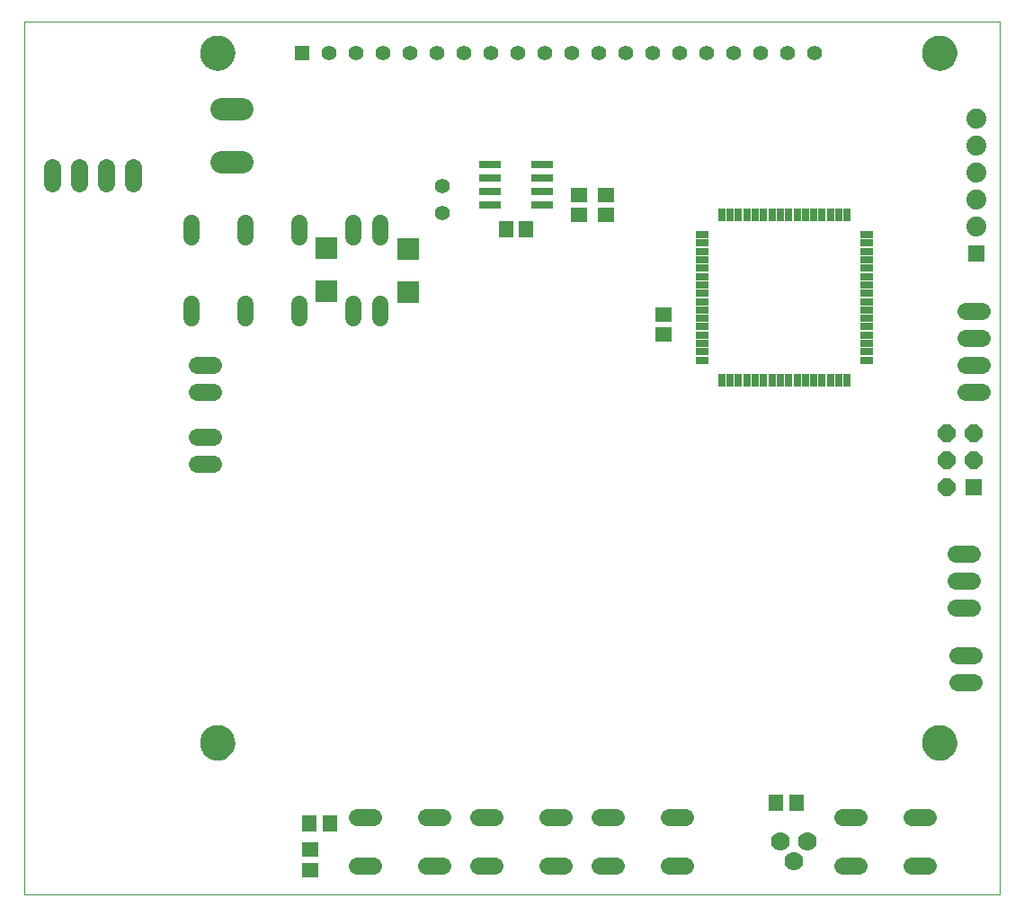
<source format=gbs>
G75*
G70*
%OFA0B0*%
%FSLAX24Y24*%
%IPPOS*%
%LPD*%
%AMOC8*
5,1,8,0,0,1.08239X$1,22.5*
%
%ADD10C,0.0000*%
%ADD11C,0.1300*%
%ADD12R,0.0555X0.0555*%
%ADD13C,0.0555*%
%ADD14R,0.0631X0.0552*%
%ADD15C,0.0640*%
%ADD16R,0.0510X0.0260*%
%ADD17R,0.0260X0.0510*%
%ADD18OC8,0.0640*%
%ADD19R,0.0640X0.0640*%
%ADD20C,0.0700*%
%ADD21R,0.0634X0.0634*%
%ADD22C,0.0740*%
%ADD23R,0.0552X0.0631*%
%ADD24C,0.0600*%
%ADD25C,0.0820*%
%ADD26R,0.0820X0.0250*%
%ADD27C,0.0560*%
%ADD28R,0.0827X0.0827*%
D10*
X000222Y000150D02*
X000222Y032512D01*
X036396Y032512D01*
X036396Y000150D01*
X000222Y000150D01*
X006742Y005760D02*
X006744Y005810D01*
X006750Y005860D01*
X006760Y005909D01*
X006774Y005957D01*
X006791Y006004D01*
X006812Y006049D01*
X006837Y006093D01*
X006865Y006134D01*
X006897Y006173D01*
X006931Y006210D01*
X006968Y006244D01*
X007008Y006274D01*
X007050Y006301D01*
X007094Y006325D01*
X007140Y006346D01*
X007187Y006362D01*
X007235Y006375D01*
X007285Y006384D01*
X007334Y006389D01*
X007385Y006390D01*
X007435Y006387D01*
X007484Y006380D01*
X007533Y006369D01*
X007581Y006354D01*
X007627Y006336D01*
X007672Y006314D01*
X007715Y006288D01*
X007756Y006259D01*
X007795Y006227D01*
X007831Y006192D01*
X007863Y006154D01*
X007893Y006114D01*
X007920Y006071D01*
X007943Y006027D01*
X007962Y005981D01*
X007978Y005933D01*
X007990Y005884D01*
X007998Y005835D01*
X008002Y005785D01*
X008002Y005735D01*
X007998Y005685D01*
X007990Y005636D01*
X007978Y005587D01*
X007962Y005539D01*
X007943Y005493D01*
X007920Y005449D01*
X007893Y005406D01*
X007863Y005366D01*
X007831Y005328D01*
X007795Y005293D01*
X007756Y005261D01*
X007715Y005232D01*
X007672Y005206D01*
X007627Y005184D01*
X007581Y005166D01*
X007533Y005151D01*
X007484Y005140D01*
X007435Y005133D01*
X007385Y005130D01*
X007334Y005131D01*
X007285Y005136D01*
X007235Y005145D01*
X007187Y005158D01*
X007140Y005174D01*
X007094Y005195D01*
X007050Y005219D01*
X007008Y005246D01*
X006968Y005276D01*
X006931Y005310D01*
X006897Y005347D01*
X006865Y005386D01*
X006837Y005427D01*
X006812Y005471D01*
X006791Y005516D01*
X006774Y005563D01*
X006760Y005611D01*
X006750Y005660D01*
X006744Y005710D01*
X006742Y005760D01*
X033514Y005760D02*
X033516Y005810D01*
X033522Y005860D01*
X033532Y005909D01*
X033546Y005957D01*
X033563Y006004D01*
X033584Y006049D01*
X033609Y006093D01*
X033637Y006134D01*
X033669Y006173D01*
X033703Y006210D01*
X033740Y006244D01*
X033780Y006274D01*
X033822Y006301D01*
X033866Y006325D01*
X033912Y006346D01*
X033959Y006362D01*
X034007Y006375D01*
X034057Y006384D01*
X034106Y006389D01*
X034157Y006390D01*
X034207Y006387D01*
X034256Y006380D01*
X034305Y006369D01*
X034353Y006354D01*
X034399Y006336D01*
X034444Y006314D01*
X034487Y006288D01*
X034528Y006259D01*
X034567Y006227D01*
X034603Y006192D01*
X034635Y006154D01*
X034665Y006114D01*
X034692Y006071D01*
X034715Y006027D01*
X034734Y005981D01*
X034750Y005933D01*
X034762Y005884D01*
X034770Y005835D01*
X034774Y005785D01*
X034774Y005735D01*
X034770Y005685D01*
X034762Y005636D01*
X034750Y005587D01*
X034734Y005539D01*
X034715Y005493D01*
X034692Y005449D01*
X034665Y005406D01*
X034635Y005366D01*
X034603Y005328D01*
X034567Y005293D01*
X034528Y005261D01*
X034487Y005232D01*
X034444Y005206D01*
X034399Y005184D01*
X034353Y005166D01*
X034305Y005151D01*
X034256Y005140D01*
X034207Y005133D01*
X034157Y005130D01*
X034106Y005131D01*
X034057Y005136D01*
X034007Y005145D01*
X033959Y005158D01*
X033912Y005174D01*
X033866Y005195D01*
X033822Y005219D01*
X033780Y005246D01*
X033740Y005276D01*
X033703Y005310D01*
X033669Y005347D01*
X033637Y005386D01*
X033609Y005427D01*
X033584Y005471D01*
X033563Y005516D01*
X033546Y005563D01*
X033532Y005611D01*
X033522Y005660D01*
X033516Y005710D01*
X033514Y005760D01*
X033514Y031351D02*
X033516Y031401D01*
X033522Y031451D01*
X033532Y031500D01*
X033546Y031548D01*
X033563Y031595D01*
X033584Y031640D01*
X033609Y031684D01*
X033637Y031725D01*
X033669Y031764D01*
X033703Y031801D01*
X033740Y031835D01*
X033780Y031865D01*
X033822Y031892D01*
X033866Y031916D01*
X033912Y031937D01*
X033959Y031953D01*
X034007Y031966D01*
X034057Y031975D01*
X034106Y031980D01*
X034157Y031981D01*
X034207Y031978D01*
X034256Y031971D01*
X034305Y031960D01*
X034353Y031945D01*
X034399Y031927D01*
X034444Y031905D01*
X034487Y031879D01*
X034528Y031850D01*
X034567Y031818D01*
X034603Y031783D01*
X034635Y031745D01*
X034665Y031705D01*
X034692Y031662D01*
X034715Y031618D01*
X034734Y031572D01*
X034750Y031524D01*
X034762Y031475D01*
X034770Y031426D01*
X034774Y031376D01*
X034774Y031326D01*
X034770Y031276D01*
X034762Y031227D01*
X034750Y031178D01*
X034734Y031130D01*
X034715Y031084D01*
X034692Y031040D01*
X034665Y030997D01*
X034635Y030957D01*
X034603Y030919D01*
X034567Y030884D01*
X034528Y030852D01*
X034487Y030823D01*
X034444Y030797D01*
X034399Y030775D01*
X034353Y030757D01*
X034305Y030742D01*
X034256Y030731D01*
X034207Y030724D01*
X034157Y030721D01*
X034106Y030722D01*
X034057Y030727D01*
X034007Y030736D01*
X033959Y030749D01*
X033912Y030765D01*
X033866Y030786D01*
X033822Y030810D01*
X033780Y030837D01*
X033740Y030867D01*
X033703Y030901D01*
X033669Y030938D01*
X033637Y030977D01*
X033609Y031018D01*
X033584Y031062D01*
X033563Y031107D01*
X033546Y031154D01*
X033532Y031202D01*
X033522Y031251D01*
X033516Y031301D01*
X033514Y031351D01*
X006742Y031351D02*
X006744Y031401D01*
X006750Y031451D01*
X006760Y031500D01*
X006774Y031548D01*
X006791Y031595D01*
X006812Y031640D01*
X006837Y031684D01*
X006865Y031725D01*
X006897Y031764D01*
X006931Y031801D01*
X006968Y031835D01*
X007008Y031865D01*
X007050Y031892D01*
X007094Y031916D01*
X007140Y031937D01*
X007187Y031953D01*
X007235Y031966D01*
X007285Y031975D01*
X007334Y031980D01*
X007385Y031981D01*
X007435Y031978D01*
X007484Y031971D01*
X007533Y031960D01*
X007581Y031945D01*
X007627Y031927D01*
X007672Y031905D01*
X007715Y031879D01*
X007756Y031850D01*
X007795Y031818D01*
X007831Y031783D01*
X007863Y031745D01*
X007893Y031705D01*
X007920Y031662D01*
X007943Y031618D01*
X007962Y031572D01*
X007978Y031524D01*
X007990Y031475D01*
X007998Y031426D01*
X008002Y031376D01*
X008002Y031326D01*
X007998Y031276D01*
X007990Y031227D01*
X007978Y031178D01*
X007962Y031130D01*
X007943Y031084D01*
X007920Y031040D01*
X007893Y030997D01*
X007863Y030957D01*
X007831Y030919D01*
X007795Y030884D01*
X007756Y030852D01*
X007715Y030823D01*
X007672Y030797D01*
X007627Y030775D01*
X007581Y030757D01*
X007533Y030742D01*
X007484Y030731D01*
X007435Y030724D01*
X007385Y030721D01*
X007334Y030722D01*
X007285Y030727D01*
X007235Y030736D01*
X007187Y030749D01*
X007140Y030765D01*
X007094Y030786D01*
X007050Y030810D01*
X007008Y030837D01*
X006968Y030867D01*
X006931Y030901D01*
X006897Y030938D01*
X006865Y030977D01*
X006837Y031018D01*
X006812Y031062D01*
X006791Y031107D01*
X006774Y031154D01*
X006760Y031202D01*
X006750Y031251D01*
X006744Y031301D01*
X006742Y031351D01*
D11*
X007372Y031351D03*
X034144Y031351D03*
X034144Y005760D03*
X007372Y005760D03*
D12*
X010522Y031351D03*
D13*
X011522Y031351D03*
X012522Y031351D03*
X013522Y031351D03*
X014522Y031351D03*
X015522Y031351D03*
X016522Y031351D03*
X017522Y031351D03*
X018522Y031351D03*
X019522Y031351D03*
X020522Y031351D03*
X021522Y031351D03*
X022522Y031351D03*
X023522Y031351D03*
X024522Y031351D03*
X025522Y031351D03*
X026522Y031351D03*
X027522Y031351D03*
X028522Y031351D03*
X029522Y031351D03*
D14*
X021797Y026087D03*
X021797Y025339D03*
X020774Y025339D03*
X020774Y026087D03*
X023904Y021650D03*
X023904Y020902D03*
X010813Y001796D03*
X010813Y001048D03*
D15*
X012560Y001221D02*
X013160Y001221D01*
X013160Y003001D02*
X012560Y003001D01*
X015120Y003001D02*
X015720Y003001D01*
X017060Y003001D02*
X017660Y003001D01*
X017660Y001221D02*
X017060Y001221D01*
X015720Y001221D02*
X015120Y001221D01*
X019620Y001221D02*
X020220Y001221D01*
X021560Y001221D02*
X022160Y001221D01*
X022160Y003001D02*
X021560Y003001D01*
X020220Y003001D02*
X019620Y003001D01*
X024120Y003001D02*
X024720Y003001D01*
X024720Y001221D02*
X024120Y001221D01*
X030560Y001221D02*
X031160Y001221D01*
X031160Y003001D02*
X030560Y003001D01*
X033120Y003001D02*
X033720Y003001D01*
X033720Y001221D02*
X033120Y001221D01*
X034804Y008008D02*
X035404Y008008D01*
X035404Y009008D02*
X034804Y009008D01*
X034765Y010776D02*
X035365Y010776D01*
X035365Y011776D02*
X034765Y011776D01*
X034765Y012776D02*
X035365Y012776D01*
X035104Y018776D02*
X035704Y018776D01*
X035704Y019776D02*
X035104Y019776D01*
X035104Y020776D02*
X035704Y020776D01*
X035704Y021776D02*
X035104Y021776D01*
X007204Y019776D02*
X006604Y019776D01*
X006604Y018776D02*
X007204Y018776D01*
X007204Y017119D02*
X006604Y017119D01*
X006604Y016119D02*
X007204Y016119D01*
X004250Y026511D02*
X004250Y027111D01*
X003250Y027111D02*
X003250Y026511D01*
X002250Y026511D02*
X002250Y027111D01*
X001250Y027111D02*
X001250Y026511D01*
D16*
X025349Y024601D03*
X025349Y024291D03*
X025349Y023981D03*
X025349Y023671D03*
X025349Y023361D03*
X025349Y023051D03*
X025349Y022741D03*
X025349Y022431D03*
X025349Y022121D03*
X025349Y021811D03*
X025349Y021501D03*
X025349Y021191D03*
X025349Y020881D03*
X025349Y020571D03*
X025349Y020261D03*
X025349Y019951D03*
X031459Y019951D03*
X031459Y020261D03*
X031459Y020571D03*
X031459Y020881D03*
X031459Y021191D03*
X031459Y021501D03*
X031459Y021811D03*
X031459Y022121D03*
X031459Y022431D03*
X031459Y022741D03*
X031459Y023051D03*
X031459Y023361D03*
X031459Y023671D03*
X031459Y023981D03*
X031459Y024291D03*
X031459Y024601D03*
D17*
X030729Y025331D03*
X030419Y025331D03*
X030109Y025331D03*
X029799Y025331D03*
X029489Y025331D03*
X029179Y025331D03*
X028869Y025331D03*
X028559Y025331D03*
X028249Y025331D03*
X027939Y025331D03*
X027629Y025331D03*
X027319Y025331D03*
X027009Y025331D03*
X026699Y025331D03*
X026389Y025331D03*
X026079Y025331D03*
X026079Y019221D03*
X026389Y019221D03*
X026699Y019221D03*
X027009Y019221D03*
X027319Y019221D03*
X027629Y019221D03*
X027939Y019221D03*
X028249Y019221D03*
X028559Y019221D03*
X028869Y019221D03*
X029179Y019221D03*
X029489Y019221D03*
X029799Y019221D03*
X030109Y019221D03*
X030419Y019221D03*
X030729Y019221D03*
D18*
X034404Y017229D03*
X035404Y017229D03*
X035404Y016229D03*
X034404Y016229D03*
X034404Y015229D03*
D19*
X035404Y015229D03*
D20*
X029238Y002111D03*
X028738Y001361D03*
X028238Y002111D03*
D21*
X035522Y023922D03*
D22*
X035522Y024922D03*
X035522Y025922D03*
X035522Y026922D03*
X035522Y027922D03*
X035522Y028922D03*
D23*
X018825Y024807D03*
X018077Y024807D03*
X028089Y003536D03*
X028837Y003536D03*
X011541Y002760D03*
X010793Y002760D03*
D24*
X010404Y021496D02*
X010404Y022056D01*
X012404Y022056D02*
X012404Y021496D01*
X013404Y021496D02*
X013404Y022056D01*
X013404Y024496D02*
X013404Y025056D01*
X012404Y025056D02*
X012404Y024496D01*
X010404Y024496D02*
X010404Y025056D01*
X008404Y025056D02*
X008404Y024496D01*
X006404Y024496D02*
X006404Y025056D01*
X006404Y022056D02*
X006404Y021496D01*
X008404Y021496D02*
X008404Y022056D01*
D25*
X008294Y027296D02*
X007514Y027296D01*
X007514Y029266D02*
X008294Y029266D01*
D26*
X017481Y027211D03*
X017481Y026711D03*
X017481Y026211D03*
X017481Y025711D03*
X019421Y025711D03*
X019421Y026211D03*
X019421Y026711D03*
X019421Y027211D03*
D27*
X015734Y026410D03*
X015734Y025410D03*
D28*
X014435Y024059D03*
X014435Y022485D03*
X011404Y022524D03*
X011404Y024099D03*
M02*

</source>
